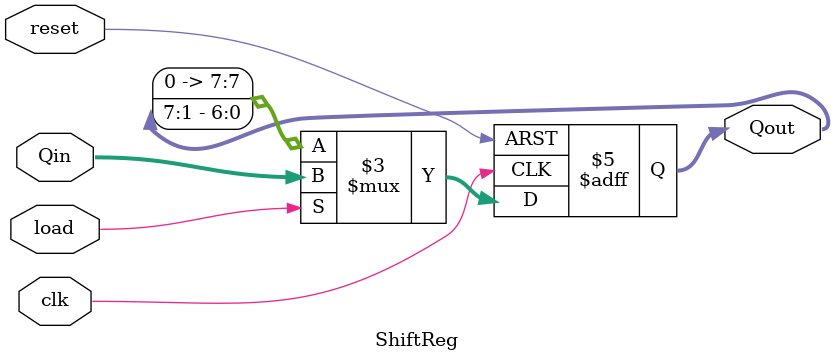
<source format=v>
`timescale 1ns / 1ps

module ShiftReg(reset, clk, load, Qin, Qout);
    parameter n = 8;
    input reset;
    input clk;
    input load;
    input [n-1:0] Qin;
    output reg [n-1:0] Qout;
    
    always @(posedge reset, posedge clk)
    begin
        if(reset)
            Qout = 0;
        else if(load)
            Qout = Qin;
        else
            Qout <= {0,Qout[n-1:1]};
    end
endmodule

</source>
